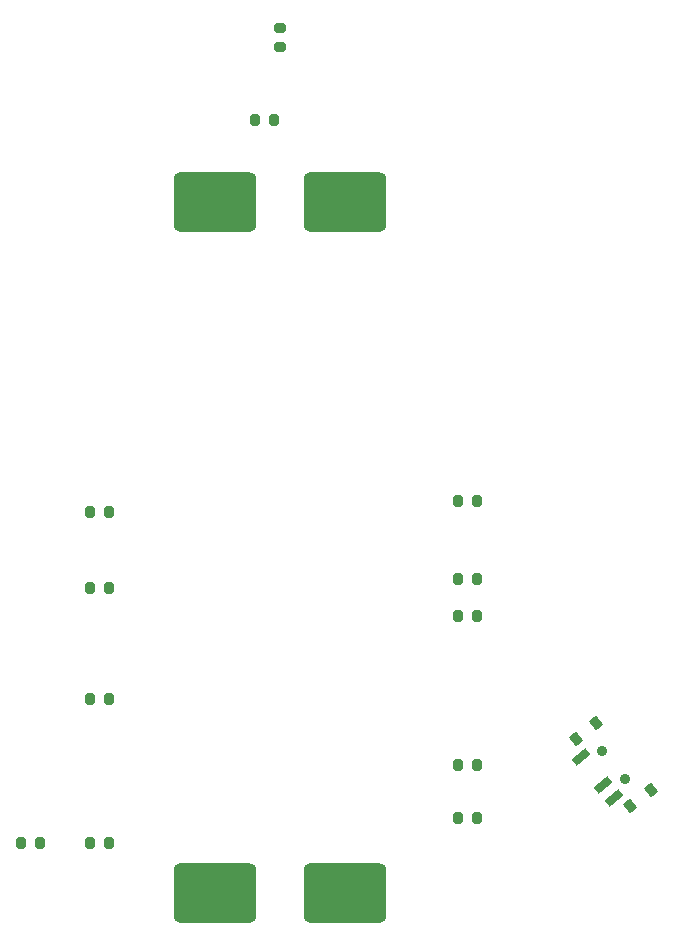
<source format=gbr>
%TF.GenerationSoftware,KiCad,Pcbnew,(6.0.1)*%
%TF.CreationDate,2022-03-09T08:36:07+01:00*%
%TF.ProjectId,LEDChristmasTree-2022,4c454443-6872-4697-9374-6d6173547265,rev?*%
%TF.SameCoordinates,Original*%
%TF.FileFunction,Soldermask,Bot*%
%TF.FilePolarity,Negative*%
%FSLAX46Y46*%
G04 Gerber Fmt 4.6, Leading zero omitted, Abs format (unit mm)*
G04 Created by KiCad (PCBNEW (6.0.1)) date 2022-03-09 08:36:07*
%MOMM*%
%LPD*%
G01*
G04 APERTURE LIST*
G04 Aperture macros list*
%AMRoundRect*
0 Rectangle with rounded corners*
0 $1 Rounding radius*
0 $2 $3 $4 $5 $6 $7 $8 $9 X,Y pos of 4 corners*
0 Add a 4 corners polygon primitive as box body*
4,1,4,$2,$3,$4,$5,$6,$7,$8,$9,$2,$3,0*
0 Add four circle primitives for the rounded corners*
1,1,$1+$1,$2,$3*
1,1,$1+$1,$4,$5*
1,1,$1+$1,$6,$7*
1,1,$1+$1,$8,$9*
0 Add four rect primitives between the rounded corners*
20,1,$1+$1,$2,$3,$4,$5,0*
20,1,$1+$1,$4,$5,$6,$7,0*
20,1,$1+$1,$6,$7,$8,$9,0*
20,1,$1+$1,$8,$9,$2,$3,0*%
%AMRotRect*
0 Rectangle, with rotation*
0 The origin of the aperture is its center*
0 $1 length*
0 $2 width*
0 $3 Rotation angle, in degrees counterclockwise*
0 Add horizontal line*
21,1,$1,$2,0,0,$3*%
G04 Aperture macros list end*
%ADD10RoundRect,0.200000X0.275000X-0.200000X0.275000X0.200000X-0.275000X0.200000X-0.275000X-0.200000X0*%
%ADD11RoundRect,0.500000X-3.000000X-2.000000X3.000000X-2.000000X3.000000X2.000000X-3.000000X2.000000X0*%
%ADD12RoundRect,0.200000X-0.200000X-0.275000X0.200000X-0.275000X0.200000X0.275000X-0.200000X0.275000X0*%
%ADD13RoundRect,0.200000X0.200000X0.275000X-0.200000X0.275000X-0.200000X-0.275000X0.200000X-0.275000X0*%
%ADD14RotRect,1.000000X0.800000X309.000000*%
%ADD15C,0.900000*%
%ADD16RotRect,0.700000X1.500000X309.000000*%
G04 APERTURE END LIST*
D10*
%TO.C,R11*%
X143600000Y-57625000D03*
X143600000Y-55975000D03*
%TD*%
D11*
%TO.C,BT1*%
X149100000Y-129250000D03*
X149100000Y-70750000D03*
X138100000Y-70750000D03*
X138100000Y-129250000D03*
%TD*%
D12*
%TO.C,R3*%
X127500000Y-125000000D03*
X129150000Y-125000000D03*
%TD*%
D13*
%TO.C,R12*%
X129150000Y-112800000D03*
X127500000Y-112800000D03*
%TD*%
%TO.C,R5*%
X160325000Y-122900000D03*
X158675000Y-122900000D03*
%TD*%
%TO.C,R7*%
X160325000Y-102700000D03*
X158675000Y-102700000D03*
%TD*%
%TO.C,R9*%
X129150000Y-103400000D03*
X127500000Y-103400000D03*
%TD*%
%TO.C,R2*%
X123325000Y-125000000D03*
X121675000Y-125000000D03*
%TD*%
%TO.C,R4*%
X160325000Y-96100000D03*
X158675000Y-96100000D03*
%TD*%
D14*
%TO.C,SW1*%
X170414299Y-114863489D03*
X175008338Y-120536655D03*
X168696807Y-116254287D03*
D15*
X170912478Y-117226605D03*
X172800439Y-119558043D03*
D14*
X173290846Y-121927453D03*
D16*
X169072710Y-117751350D03*
X170960672Y-120082788D03*
X171904652Y-121248507D03*
%TD*%
D13*
%TO.C,R1*%
X160325000Y-105800000D03*
X158675000Y-105800000D03*
%TD*%
D12*
%TO.C,R10*%
X141475000Y-63800000D03*
X143125000Y-63800000D03*
%TD*%
%TO.C,R8*%
X127500000Y-97000000D03*
X129150000Y-97000000D03*
%TD*%
%TO.C,R6*%
X158675000Y-118400000D03*
X160325000Y-118400000D03*
%TD*%
M02*

</source>
